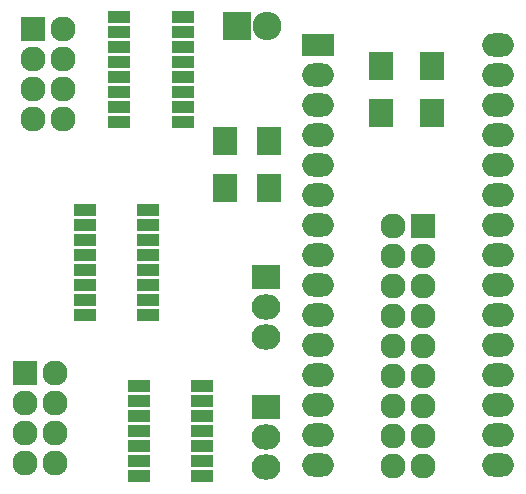
<source format=gbs>
G04 #@! TF.FileFunction,Soldermask,Bot*
%FSLAX46Y46*%
G04 Gerber Fmt 4.6, Leading zero omitted, Abs format (unit mm)*
G04 Created by KiCad (PCBNEW 4.0.2-stable) date 11.06.2016 19:11:28*
%MOMM*%
G01*
G04 APERTURE LIST*
%ADD10C,0.100000*%
%ADD11R,2.000000X2.400000*%
%ADD12R,1.900000X1.000000*%
%ADD13R,2.127200X2.127200*%
%ADD14O,2.127200X2.127200*%
%ADD15R,2.432000X2.127200*%
%ADD16O,2.432000X2.127200*%
%ADD17R,2.100000X2.400000*%
%ADD18R,2.686000X1.974800*%
%ADD19O,2.686000X1.974800*%
%ADD20R,2.432000X2.432000*%
%ADD21O,2.432000X2.432000*%
G04 APERTURE END LIST*
D10*
D11*
X156464000Y-105124000D03*
X156464000Y-101124000D03*
X152781000Y-105124000D03*
X152781000Y-101124000D03*
D12*
X143794500Y-99568000D03*
X143794500Y-98298000D03*
X143794500Y-97028000D03*
X143794500Y-95758000D03*
X143794500Y-94488000D03*
X143794500Y-93218000D03*
X143794500Y-91948000D03*
X143794500Y-90678000D03*
X149194500Y-90678000D03*
X149194500Y-91948000D03*
X149194500Y-93218000D03*
X149194500Y-94488000D03*
X149194500Y-95758000D03*
X149194500Y-97028000D03*
X149194500Y-98298000D03*
X149194500Y-99568000D03*
D13*
X169545000Y-108331000D03*
D14*
X167005000Y-108331000D03*
X169545000Y-110871000D03*
X167005000Y-110871000D03*
X169545000Y-113411000D03*
X167005000Y-113411000D03*
X169545000Y-115951000D03*
X167005000Y-115951000D03*
X169545000Y-118491000D03*
X167005000Y-118491000D03*
X169545000Y-121031000D03*
X167005000Y-121031000D03*
X169545000Y-123571000D03*
X167005000Y-123571000D03*
X169545000Y-126111000D03*
X167005000Y-126111000D03*
X169545000Y-128651000D03*
X167005000Y-128651000D03*
D15*
X156210000Y-112649000D03*
D16*
X156210000Y-115189000D03*
X156210000Y-117729000D03*
D15*
X156210000Y-123698000D03*
D16*
X156210000Y-126238000D03*
X156210000Y-128778000D03*
D13*
X135826500Y-120777000D03*
D14*
X138366500Y-120777000D03*
X135826500Y-123317000D03*
X138366500Y-123317000D03*
X135826500Y-125857000D03*
X138366500Y-125857000D03*
X135826500Y-128397000D03*
X138366500Y-128397000D03*
D17*
X170307000Y-94774000D03*
X170307000Y-98774000D03*
X165925500Y-94774000D03*
X165925500Y-98774000D03*
D12*
X146273500Y-106997500D03*
X146273500Y-108267500D03*
X146273500Y-109537500D03*
X146273500Y-110807500D03*
X146273500Y-112077500D03*
X146273500Y-113347500D03*
X146273500Y-114617500D03*
X146273500Y-115887500D03*
X140873500Y-115887500D03*
X140873500Y-114617500D03*
X140873500Y-113347500D03*
X140873500Y-112077500D03*
X140873500Y-110807500D03*
X140873500Y-109537500D03*
X140873500Y-108267500D03*
X140873500Y-106997500D03*
D13*
X136525000Y-91630500D03*
D14*
X139065000Y-91630500D03*
X136525000Y-94170500D03*
X139065000Y-94170500D03*
X136525000Y-96710500D03*
X139065000Y-96710500D03*
X136525000Y-99250500D03*
X139065000Y-99250500D03*
D18*
X160591500Y-93027500D03*
D19*
X160591500Y-95567500D03*
X160591500Y-98107500D03*
X160591500Y-100647500D03*
X160591500Y-103187500D03*
X160591500Y-105727500D03*
X160591500Y-108267500D03*
X160591500Y-110807500D03*
X160591500Y-113347500D03*
X160591500Y-115887500D03*
X160591500Y-118427500D03*
X160591500Y-120967500D03*
X160591500Y-123507500D03*
X160591500Y-126047500D03*
X160591500Y-128587500D03*
X175831500Y-128587500D03*
X175831500Y-126047500D03*
X175831500Y-123507500D03*
X175831500Y-120967500D03*
X175831500Y-118427500D03*
X175831500Y-115887500D03*
X175831500Y-113347500D03*
X175831500Y-110807500D03*
X175831500Y-108267500D03*
X175831500Y-105727500D03*
X175831500Y-103187500D03*
X175831500Y-100647500D03*
X175831500Y-98107500D03*
X175831500Y-95567500D03*
X175831500Y-93027500D03*
D20*
X153733500Y-91440000D03*
D21*
X156273500Y-91440000D03*
D12*
X145445500Y-129540000D03*
X145445500Y-128270000D03*
X145445500Y-127000000D03*
X145445500Y-125730000D03*
X145445500Y-124460000D03*
X145445500Y-123190000D03*
X145445500Y-121920000D03*
X150845500Y-121920000D03*
X150845500Y-123190000D03*
X150845500Y-124460000D03*
X150845500Y-125730000D03*
X150845500Y-127000000D03*
X150845500Y-128270000D03*
X150845500Y-129540000D03*
M02*

</source>
